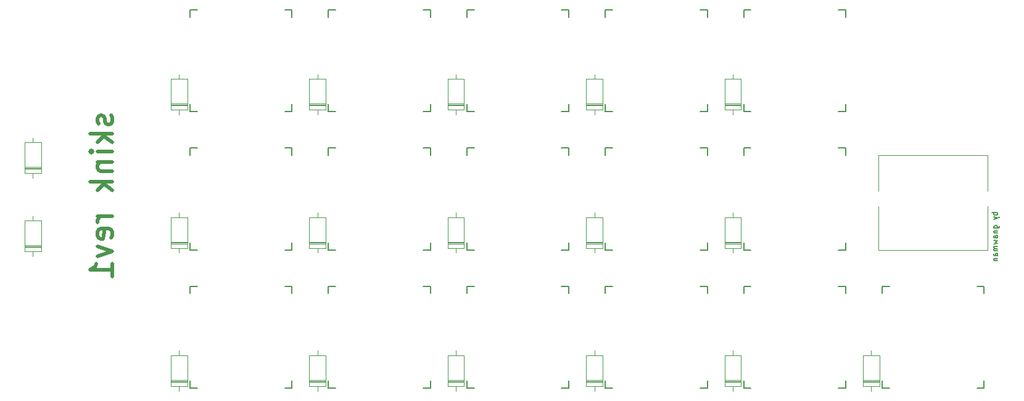
<source format=gbo>
G04 #@! TF.GenerationSoftware,KiCad,Pcbnew,7.0.7*
G04 #@! TF.CreationDate,2023-09-30T21:04:22+10:00*
G04 #@! TF.ProjectId,skink,736b696e-6b2e-46b6-9963-61645f706362,rev?*
G04 #@! TF.SameCoordinates,Original*
G04 #@! TF.FileFunction,Legend,Bot*
G04 #@! TF.FilePolarity,Positive*
%FSLAX46Y46*%
G04 Gerber Fmt 4.6, Leading zero omitted, Abs format (unit mm)*
G04 Created by KiCad (PCBNEW 7.0.7) date 2023-09-30 21:04:22*
%MOMM*%
%LPD*%
G01*
G04 APERTURE LIST*
%ADD10C,0.500000*%
%ADD11C,0.150000*%
%ADD12C,0.120000*%
%ADD13R,1.752600X1.752600*%
%ADD14C,1.752600*%
%ADD15R,1.600000X1.600000*%
%ADD16O,1.600000X1.600000*%
%ADD17C,5.000000*%
%ADD18C,1.700000*%
%ADD19C,2.286000*%
%ADD20C,2.100000*%
%ADD21C,1.500000*%
G04 APERTURE END LIST*
D10*
X31964000Y-38900375D02*
X32106857Y-39186089D01*
X32106857Y-39186089D02*
X32106857Y-39757518D01*
X32106857Y-39757518D02*
X31964000Y-40043232D01*
X31964000Y-40043232D02*
X31678285Y-40186089D01*
X31678285Y-40186089D02*
X31535428Y-40186089D01*
X31535428Y-40186089D02*
X31249714Y-40043232D01*
X31249714Y-40043232D02*
X31106857Y-39757518D01*
X31106857Y-39757518D02*
X31106857Y-39328947D01*
X31106857Y-39328947D02*
X30964000Y-39043232D01*
X30964000Y-39043232D02*
X30678285Y-38900375D01*
X30678285Y-38900375D02*
X30535428Y-38900375D01*
X30535428Y-38900375D02*
X30249714Y-39043232D01*
X30249714Y-39043232D02*
X30106857Y-39328947D01*
X30106857Y-39328947D02*
X30106857Y-39757518D01*
X30106857Y-39757518D02*
X30249714Y-40043232D01*
X32106857Y-41471803D02*
X29106857Y-41471803D01*
X30964000Y-41757518D02*
X32106857Y-42614660D01*
X30106857Y-42614660D02*
X31249714Y-41471803D01*
X32106857Y-43900374D02*
X30106857Y-43900374D01*
X29106857Y-43900374D02*
X29249714Y-43757517D01*
X29249714Y-43757517D02*
X29392571Y-43900374D01*
X29392571Y-43900374D02*
X29249714Y-44043231D01*
X29249714Y-44043231D02*
X29106857Y-43900374D01*
X29106857Y-43900374D02*
X29392571Y-43900374D01*
X30106857Y-45328945D02*
X32106857Y-45328945D01*
X30392571Y-45328945D02*
X30249714Y-45471802D01*
X30249714Y-45471802D02*
X30106857Y-45757517D01*
X30106857Y-45757517D02*
X30106857Y-46186088D01*
X30106857Y-46186088D02*
X30249714Y-46471802D01*
X30249714Y-46471802D02*
X30535428Y-46614660D01*
X30535428Y-46614660D02*
X32106857Y-46614660D01*
X32106857Y-48043231D02*
X29106857Y-48043231D01*
X30964000Y-48328946D02*
X32106857Y-49186088D01*
X30106857Y-49186088D02*
X31249714Y-48043231D01*
X32106857Y-52757516D02*
X30106857Y-52757516D01*
X30678285Y-52757516D02*
X30392571Y-52900373D01*
X30392571Y-52900373D02*
X30249714Y-53043231D01*
X30249714Y-53043231D02*
X30106857Y-53328945D01*
X30106857Y-53328945D02*
X30106857Y-53614659D01*
X31964000Y-55757516D02*
X32106857Y-55471802D01*
X32106857Y-55471802D02*
X32106857Y-54900374D01*
X32106857Y-54900374D02*
X31964000Y-54614659D01*
X31964000Y-54614659D02*
X31678285Y-54471802D01*
X31678285Y-54471802D02*
X30535428Y-54471802D01*
X30535428Y-54471802D02*
X30249714Y-54614659D01*
X30249714Y-54614659D02*
X30106857Y-54900374D01*
X30106857Y-54900374D02*
X30106857Y-55471802D01*
X30106857Y-55471802D02*
X30249714Y-55757516D01*
X30249714Y-55757516D02*
X30535428Y-55900374D01*
X30535428Y-55900374D02*
X30821142Y-55900374D01*
X30821142Y-55900374D02*
X31106857Y-54471802D01*
X30106857Y-56900374D02*
X32106857Y-57614660D01*
X32106857Y-57614660D02*
X30106857Y-58328945D01*
X32106857Y-61043231D02*
X32106857Y-59328945D01*
X32106857Y-60186088D02*
X29106857Y-60186088D01*
X29106857Y-60186088D02*
X29535428Y-59900374D01*
X29535428Y-59900374D02*
X29821142Y-59614659D01*
X29821142Y-59614659D02*
X29964000Y-59328945D01*
D11*
X153650414Y-52277255D02*
X152900414Y-52277255D01*
X153186128Y-52277255D02*
X153150414Y-52348684D01*
X153150414Y-52348684D02*
X153150414Y-52491541D01*
X153150414Y-52491541D02*
X153186128Y-52562969D01*
X153186128Y-52562969D02*
X153221842Y-52598684D01*
X153221842Y-52598684D02*
X153293271Y-52634398D01*
X153293271Y-52634398D02*
X153507557Y-52634398D01*
X153507557Y-52634398D02*
X153578985Y-52598684D01*
X153578985Y-52598684D02*
X153614700Y-52562969D01*
X153614700Y-52562969D02*
X153650414Y-52491541D01*
X153650414Y-52491541D02*
X153650414Y-52348684D01*
X153650414Y-52348684D02*
X153614700Y-52277255D01*
X153150414Y-52884397D02*
X153650414Y-53062969D01*
X153150414Y-53241540D02*
X153650414Y-53062969D01*
X153650414Y-53062969D02*
X153828985Y-52991540D01*
X153828985Y-52991540D02*
X153864700Y-52955826D01*
X153864700Y-52955826D02*
X153900414Y-52884397D01*
X153150414Y-54420113D02*
X153757557Y-54420113D01*
X153757557Y-54420113D02*
X153828985Y-54384398D01*
X153828985Y-54384398D02*
X153864700Y-54348684D01*
X153864700Y-54348684D02*
X153900414Y-54277255D01*
X153900414Y-54277255D02*
X153900414Y-54170113D01*
X153900414Y-54170113D02*
X153864700Y-54098684D01*
X153614700Y-54420113D02*
X153650414Y-54348684D01*
X153650414Y-54348684D02*
X153650414Y-54205827D01*
X153650414Y-54205827D02*
X153614700Y-54134398D01*
X153614700Y-54134398D02*
X153578985Y-54098684D01*
X153578985Y-54098684D02*
X153507557Y-54062970D01*
X153507557Y-54062970D02*
X153293271Y-54062970D01*
X153293271Y-54062970D02*
X153221842Y-54098684D01*
X153221842Y-54098684D02*
X153186128Y-54134398D01*
X153186128Y-54134398D02*
X153150414Y-54205827D01*
X153150414Y-54205827D02*
X153150414Y-54348684D01*
X153150414Y-54348684D02*
X153186128Y-54420113D01*
X153150414Y-54777255D02*
X153650414Y-54777255D01*
X153221842Y-54777255D02*
X153186128Y-54812969D01*
X153186128Y-54812969D02*
X153150414Y-54884398D01*
X153150414Y-54884398D02*
X153150414Y-54991541D01*
X153150414Y-54991541D02*
X153186128Y-55062969D01*
X153186128Y-55062969D02*
X153257557Y-55098684D01*
X153257557Y-55098684D02*
X153650414Y-55098684D01*
X153650414Y-55777255D02*
X153257557Y-55777255D01*
X153257557Y-55777255D02*
X153186128Y-55741540D01*
X153186128Y-55741540D02*
X153150414Y-55670112D01*
X153150414Y-55670112D02*
X153150414Y-55527255D01*
X153150414Y-55527255D02*
X153186128Y-55455826D01*
X153614700Y-55777255D02*
X153650414Y-55705826D01*
X153650414Y-55705826D02*
X153650414Y-55527255D01*
X153650414Y-55527255D02*
X153614700Y-55455826D01*
X153614700Y-55455826D02*
X153543271Y-55420112D01*
X153543271Y-55420112D02*
X153471842Y-55420112D01*
X153471842Y-55420112D02*
X153400414Y-55455826D01*
X153400414Y-55455826D02*
X153364700Y-55527255D01*
X153364700Y-55527255D02*
X153364700Y-55705826D01*
X153364700Y-55705826D02*
X153328985Y-55777255D01*
X153150414Y-56062968D02*
X153650414Y-56205826D01*
X153650414Y-56205826D02*
X153293271Y-56348683D01*
X153293271Y-56348683D02*
X153650414Y-56491540D01*
X153650414Y-56491540D02*
X153150414Y-56634397D01*
X153650414Y-56920111D02*
X153150414Y-56920111D01*
X153221842Y-56920111D02*
X153186128Y-56955825D01*
X153186128Y-56955825D02*
X153150414Y-57027254D01*
X153150414Y-57027254D02*
X153150414Y-57134397D01*
X153150414Y-57134397D02*
X153186128Y-57205825D01*
X153186128Y-57205825D02*
X153257557Y-57241540D01*
X153257557Y-57241540D02*
X153650414Y-57241540D01*
X153257557Y-57241540D02*
X153186128Y-57277254D01*
X153186128Y-57277254D02*
X153150414Y-57348682D01*
X153150414Y-57348682D02*
X153150414Y-57455825D01*
X153150414Y-57455825D02*
X153186128Y-57527254D01*
X153186128Y-57527254D02*
X153257557Y-57562968D01*
X153257557Y-57562968D02*
X153650414Y-57562968D01*
X153650414Y-58241540D02*
X153257557Y-58241540D01*
X153257557Y-58241540D02*
X153186128Y-58205825D01*
X153186128Y-58205825D02*
X153150414Y-58134397D01*
X153150414Y-58134397D02*
X153150414Y-57991540D01*
X153150414Y-57991540D02*
X153186128Y-57920111D01*
X153614700Y-58241540D02*
X153650414Y-58170111D01*
X153650414Y-58170111D02*
X153650414Y-57991540D01*
X153650414Y-57991540D02*
X153614700Y-57920111D01*
X153614700Y-57920111D02*
X153543271Y-57884397D01*
X153543271Y-57884397D02*
X153471842Y-57884397D01*
X153471842Y-57884397D02*
X153400414Y-57920111D01*
X153400414Y-57920111D02*
X153364700Y-57991540D01*
X153364700Y-57991540D02*
X153364700Y-58170111D01*
X153364700Y-58170111D02*
X153328985Y-58241540D01*
X153150414Y-58598682D02*
X153650414Y-58598682D01*
X153221842Y-58598682D02*
X153186128Y-58634396D01*
X153186128Y-58634396D02*
X153150414Y-58705825D01*
X153150414Y-58705825D02*
X153150414Y-58812968D01*
X153150414Y-58812968D02*
X153186128Y-58884396D01*
X153186128Y-58884396D02*
X153257557Y-58920111D01*
X153257557Y-58920111D02*
X153650414Y-58920111D01*
D12*
X21250000Y-58290000D02*
X21250000Y-57640000D01*
X20130000Y-57640000D02*
X20130000Y-53400000D01*
X22370000Y-57640000D02*
X20130000Y-57640000D01*
X22370000Y-57040000D02*
X20130000Y-57040000D01*
X22370000Y-56920000D02*
X20130000Y-56920000D01*
X22370000Y-56800000D02*
X20130000Y-56800000D01*
X20130000Y-53400000D02*
X22370000Y-53400000D01*
X22370000Y-53400000D02*
X22370000Y-57640000D01*
X21250000Y-52750000D02*
X21250000Y-53400000D01*
X21250000Y-47540000D02*
X21250000Y-46890000D01*
X20130000Y-46890000D02*
X20130000Y-42650000D01*
X22370000Y-46890000D02*
X20130000Y-46890000D01*
X22370000Y-46290000D02*
X20130000Y-46290000D01*
X22370000Y-46170000D02*
X20130000Y-46170000D01*
X22370000Y-46050000D02*
X20130000Y-46050000D01*
X20130000Y-42650000D02*
X22370000Y-42650000D01*
X22370000Y-42650000D02*
X22370000Y-46890000D01*
X21250000Y-42000000D02*
X21250000Y-42650000D01*
X117300000Y-38810000D02*
X117300000Y-38160000D01*
X116180000Y-38160000D02*
X116180000Y-33920000D01*
X118420000Y-38160000D02*
X116180000Y-38160000D01*
X118420000Y-37560000D02*
X116180000Y-37560000D01*
X118420000Y-37440000D02*
X116180000Y-37440000D01*
X118420000Y-37320000D02*
X116180000Y-37320000D01*
X116180000Y-33920000D02*
X118420000Y-33920000D01*
X118420000Y-33920000D02*
X118420000Y-38160000D01*
X117300000Y-33270000D02*
X117300000Y-33920000D01*
X79300000Y-38810000D02*
X79300000Y-38160000D01*
X78180000Y-38160000D02*
X78180000Y-33920000D01*
X80420000Y-38160000D02*
X78180000Y-38160000D01*
X80420000Y-37560000D02*
X78180000Y-37560000D01*
X80420000Y-37440000D02*
X78180000Y-37440000D01*
X80420000Y-37320000D02*
X78180000Y-37320000D01*
X78180000Y-33920000D02*
X80420000Y-33920000D01*
X80420000Y-33920000D02*
X80420000Y-38160000D01*
X79300000Y-33270000D02*
X79300000Y-33920000D01*
X60300000Y-57810000D02*
X60300000Y-57160000D01*
X59180000Y-57160000D02*
X59180000Y-52920000D01*
X61420000Y-57160000D02*
X59180000Y-57160000D01*
X61420000Y-56560000D02*
X59180000Y-56560000D01*
X61420000Y-56440000D02*
X59180000Y-56440000D01*
X61420000Y-56320000D02*
X59180000Y-56320000D01*
X59180000Y-52920000D02*
X61420000Y-52920000D01*
X61420000Y-52920000D02*
X61420000Y-57160000D01*
X60300000Y-52270000D02*
X60300000Y-52920000D01*
X98300000Y-76810000D02*
X98300000Y-76160000D01*
X97180000Y-76160000D02*
X97180000Y-71920000D01*
X99420000Y-76160000D02*
X97180000Y-76160000D01*
X99420000Y-75560000D02*
X97180000Y-75560000D01*
X99420000Y-75440000D02*
X97180000Y-75440000D01*
X99420000Y-75320000D02*
X97180000Y-75320000D01*
X97180000Y-71920000D02*
X99420000Y-71920000D01*
X99420000Y-71920000D02*
X99420000Y-76160000D01*
X98300000Y-71270000D02*
X98300000Y-71920000D01*
X41300000Y-57810000D02*
X41300000Y-57160000D01*
X40180000Y-57160000D02*
X40180000Y-52920000D01*
X42420000Y-57160000D02*
X40180000Y-57160000D01*
X42420000Y-56560000D02*
X40180000Y-56560000D01*
X42420000Y-56440000D02*
X40180000Y-56440000D01*
X42420000Y-56320000D02*
X40180000Y-56320000D01*
X40180000Y-52920000D02*
X42420000Y-52920000D01*
X42420000Y-52920000D02*
X42420000Y-57160000D01*
X41300000Y-52270000D02*
X41300000Y-52920000D01*
X117300000Y-57810000D02*
X117300000Y-57160000D01*
X116180000Y-57160000D02*
X116180000Y-52920000D01*
X118420000Y-57160000D02*
X116180000Y-57160000D01*
X118420000Y-56560000D02*
X116180000Y-56560000D01*
X118420000Y-56440000D02*
X116180000Y-56440000D01*
X118420000Y-56320000D02*
X116180000Y-56320000D01*
X116180000Y-52920000D02*
X118420000Y-52920000D01*
X118420000Y-52920000D02*
X118420000Y-57160000D01*
X117300000Y-52270000D02*
X117300000Y-52920000D01*
X60300000Y-76810000D02*
X60300000Y-76160000D01*
X59180000Y-76160000D02*
X59180000Y-71920000D01*
X61420000Y-76160000D02*
X59180000Y-76160000D01*
X61420000Y-75560000D02*
X59180000Y-75560000D01*
X61420000Y-75440000D02*
X59180000Y-75440000D01*
X61420000Y-75320000D02*
X59180000Y-75320000D01*
X59180000Y-71920000D02*
X61420000Y-71920000D01*
X61420000Y-71920000D02*
X61420000Y-76160000D01*
X60300000Y-71270000D02*
X60300000Y-71920000D01*
X60300000Y-38810000D02*
X60300000Y-38160000D01*
X59180000Y-38160000D02*
X59180000Y-33920000D01*
X61420000Y-38160000D02*
X59180000Y-38160000D01*
X61420000Y-37560000D02*
X59180000Y-37560000D01*
X61420000Y-37440000D02*
X59180000Y-37440000D01*
X61420000Y-37320000D02*
X59180000Y-37320000D01*
X59180000Y-33920000D02*
X61420000Y-33920000D01*
X61420000Y-33920000D02*
X61420000Y-38160000D01*
X60300000Y-33270000D02*
X60300000Y-33920000D01*
X117300000Y-76810000D02*
X117300000Y-76160000D01*
X116180000Y-76160000D02*
X116180000Y-71920000D01*
X118420000Y-76160000D02*
X116180000Y-76160000D01*
X118420000Y-75560000D02*
X116180000Y-75560000D01*
X118420000Y-75440000D02*
X116180000Y-75440000D01*
X118420000Y-75320000D02*
X116180000Y-75320000D01*
X116180000Y-71920000D02*
X118420000Y-71920000D01*
X118420000Y-71920000D02*
X118420000Y-76160000D01*
X117300000Y-71270000D02*
X117300000Y-71920000D01*
X79300000Y-76810000D02*
X79300000Y-76160000D01*
X78180000Y-76160000D02*
X78180000Y-71920000D01*
X80420000Y-76160000D02*
X78180000Y-76160000D01*
X80420000Y-75560000D02*
X78180000Y-75560000D01*
X80420000Y-75440000D02*
X78180000Y-75440000D01*
X80420000Y-75320000D02*
X78180000Y-75320000D01*
X78180000Y-71920000D02*
X80420000Y-71920000D01*
X80420000Y-71920000D02*
X80420000Y-76160000D01*
X79300000Y-71270000D02*
X79300000Y-71920000D01*
X136300000Y-76810000D02*
X136300000Y-76160000D01*
X135180000Y-76160000D02*
X135180000Y-71920000D01*
X137420000Y-76160000D02*
X135180000Y-76160000D01*
X137420000Y-75560000D02*
X135180000Y-75560000D01*
X137420000Y-75440000D02*
X135180000Y-75440000D01*
X137420000Y-75320000D02*
X135180000Y-75320000D01*
X135180000Y-71920000D02*
X137420000Y-71920000D01*
X137420000Y-71920000D02*
X137420000Y-76160000D01*
X136300000Y-71270000D02*
X136300000Y-71920000D01*
X79300000Y-57810000D02*
X79300000Y-57160000D01*
X78180000Y-57160000D02*
X78180000Y-52920000D01*
X80420000Y-57160000D02*
X78180000Y-57160000D01*
X80420000Y-56560000D02*
X78180000Y-56560000D01*
X80420000Y-56440000D02*
X78180000Y-56440000D01*
X80420000Y-56320000D02*
X78180000Y-56320000D01*
X78180000Y-52920000D02*
X80420000Y-52920000D01*
X80420000Y-52920000D02*
X80420000Y-57160000D01*
X79300000Y-52270000D02*
X79300000Y-52920000D01*
X41300000Y-76810000D02*
X41300000Y-76160000D01*
X40180000Y-76160000D02*
X40180000Y-71920000D01*
X42420000Y-76160000D02*
X40180000Y-76160000D01*
X42420000Y-75560000D02*
X40180000Y-75560000D01*
X42420000Y-75440000D02*
X40180000Y-75440000D01*
X42420000Y-75320000D02*
X40180000Y-75320000D01*
X40180000Y-71920000D02*
X42420000Y-71920000D01*
X42420000Y-71920000D02*
X42420000Y-76160000D01*
X41300000Y-71270000D02*
X41300000Y-71920000D01*
X98300000Y-57810000D02*
X98300000Y-57160000D01*
X97180000Y-57160000D02*
X97180000Y-52920000D01*
X99420000Y-57160000D02*
X97180000Y-57160000D01*
X99420000Y-56560000D02*
X97180000Y-56560000D01*
X99420000Y-56440000D02*
X97180000Y-56440000D01*
X99420000Y-56320000D02*
X97180000Y-56320000D01*
X97180000Y-52920000D02*
X99420000Y-52920000D01*
X99420000Y-52920000D02*
X99420000Y-57160000D01*
X98300000Y-52270000D02*
X98300000Y-52920000D01*
X41300000Y-38810000D02*
X41300000Y-38160000D01*
X40180000Y-38160000D02*
X40180000Y-33920000D01*
X42420000Y-38160000D02*
X40180000Y-38160000D01*
X42420000Y-37560000D02*
X40180000Y-37560000D01*
X42420000Y-37440000D02*
X40180000Y-37440000D01*
X42420000Y-37320000D02*
X40180000Y-37320000D01*
X40180000Y-33920000D02*
X42420000Y-33920000D01*
X42420000Y-33920000D02*
X42420000Y-38160000D01*
X41300000Y-33270000D02*
X41300000Y-33920000D01*
X98300000Y-38810000D02*
X98300000Y-38160000D01*
X97180000Y-38160000D02*
X97180000Y-33920000D01*
X99420000Y-38160000D02*
X97180000Y-38160000D01*
X99420000Y-37560000D02*
X97180000Y-37560000D01*
X99420000Y-37440000D02*
X97180000Y-37440000D01*
X99420000Y-37320000D02*
X97180000Y-37320000D01*
X97180000Y-33920000D02*
X99420000Y-33920000D01*
X99420000Y-33920000D02*
X99420000Y-38160000D01*
X98300000Y-33270000D02*
X98300000Y-33920000D01*
D11*
X42800000Y-43400000D02*
X43800000Y-43400000D01*
X42800000Y-44400000D02*
X42800000Y-43400000D01*
X42800000Y-57400000D02*
X42800000Y-56400000D01*
X43800000Y-57400000D02*
X42800000Y-57400000D01*
X55800000Y-43400000D02*
X56800000Y-43400000D01*
X56800000Y-43400000D02*
X56800000Y-44400000D01*
X56800000Y-56400000D02*
X56800000Y-57400000D01*
X56800000Y-57400000D02*
X55800000Y-57400000D01*
X94800000Y-57400000D02*
X93800000Y-57400000D01*
X94800000Y-56400000D02*
X94800000Y-57400000D01*
X94800000Y-43400000D02*
X94800000Y-44400000D01*
X93800000Y-43400000D02*
X94800000Y-43400000D01*
X81800000Y-57400000D02*
X80800000Y-57400000D01*
X80800000Y-57400000D02*
X80800000Y-56400000D01*
X80800000Y-44400000D02*
X80800000Y-43400000D01*
X80800000Y-43400000D02*
X81800000Y-43400000D01*
X118800000Y-62400000D02*
X119800000Y-62400000D01*
X118800000Y-63400000D02*
X118800000Y-62400000D01*
X118800000Y-76400000D02*
X118800000Y-75400000D01*
X119800000Y-76400000D02*
X118800000Y-76400000D01*
X131800000Y-62400000D02*
X132800000Y-62400000D01*
X132800000Y-62400000D02*
X132800000Y-63400000D01*
X132800000Y-75400000D02*
X132800000Y-76400000D01*
X132800000Y-76400000D02*
X131800000Y-76400000D01*
X61800000Y-62400000D02*
X62800000Y-62400000D01*
X61800000Y-63400000D02*
X61800000Y-62400000D01*
X61800000Y-76400000D02*
X61800000Y-75400000D01*
X62800000Y-76400000D02*
X61800000Y-76400000D01*
X74800000Y-62400000D02*
X75800000Y-62400000D01*
X75800000Y-62400000D02*
X75800000Y-63400000D01*
X75800000Y-75400000D02*
X75800000Y-76400000D01*
X75800000Y-76400000D02*
X74800000Y-76400000D01*
X99800000Y-24400000D02*
X100800000Y-24400000D01*
X99800000Y-25400000D02*
X99800000Y-24400000D01*
X99800000Y-38400000D02*
X99800000Y-37400000D01*
X100800000Y-38400000D02*
X99800000Y-38400000D01*
X112800000Y-24400000D02*
X113800000Y-24400000D01*
X113800000Y-24400000D02*
X113800000Y-25400000D01*
X113800000Y-37400000D02*
X113800000Y-38400000D01*
X113800000Y-38400000D02*
X112800000Y-38400000D01*
X99800000Y-62400000D02*
X100800000Y-62400000D01*
X99800000Y-63400000D02*
X99800000Y-62400000D01*
X99800000Y-76400000D02*
X99800000Y-75400000D01*
X100800000Y-76400000D02*
X99800000Y-76400000D01*
X112800000Y-62400000D02*
X113800000Y-62400000D01*
X113800000Y-62400000D02*
X113800000Y-63400000D01*
X113800000Y-75400000D02*
X113800000Y-76400000D01*
X113800000Y-76400000D02*
X112800000Y-76400000D01*
X137800000Y-62400000D02*
X138800000Y-62400000D01*
X137800000Y-63400000D02*
X137800000Y-62400000D01*
X137800000Y-76400000D02*
X137800000Y-75400000D01*
X138800000Y-76400000D02*
X137800000Y-76400000D01*
X150800000Y-62400000D02*
X151800000Y-62400000D01*
X151800000Y-62400000D02*
X151800000Y-63400000D01*
X151800000Y-75400000D02*
X151800000Y-76400000D01*
X151800000Y-76400000D02*
X150800000Y-76400000D01*
X80800000Y-24400000D02*
X81800000Y-24400000D01*
X80800000Y-25400000D02*
X80800000Y-24400000D01*
X80800000Y-38400000D02*
X80800000Y-37400000D01*
X81800000Y-38400000D02*
X80800000Y-38400000D01*
X93800000Y-24400000D02*
X94800000Y-24400000D01*
X94800000Y-24400000D02*
X94800000Y-25400000D01*
X94800000Y-37400000D02*
X94800000Y-38400000D01*
X94800000Y-38400000D02*
X93800000Y-38400000D01*
X118800000Y-24400000D02*
X119800000Y-24400000D01*
X118800000Y-25400000D02*
X118800000Y-24400000D01*
X118800000Y-38400000D02*
X118800000Y-37400000D01*
X119800000Y-38400000D02*
X118800000Y-38400000D01*
X131800000Y-24400000D02*
X132800000Y-24400000D01*
X132800000Y-24400000D02*
X132800000Y-25400000D01*
X132800000Y-37400000D02*
X132800000Y-38400000D01*
X132800000Y-38400000D02*
X131800000Y-38400000D01*
X99800000Y-43400000D02*
X100800000Y-43400000D01*
X99800000Y-44400000D02*
X99800000Y-43400000D01*
X99800000Y-57400000D02*
X99800000Y-56400000D01*
X100800000Y-57400000D02*
X99800000Y-57400000D01*
X112800000Y-43400000D02*
X113800000Y-43400000D01*
X113800000Y-43400000D02*
X113800000Y-44400000D01*
X113800000Y-56400000D02*
X113800000Y-57400000D01*
X113800000Y-57400000D02*
X112800000Y-57400000D01*
X61800000Y-43400000D02*
X62800000Y-43400000D01*
X61800000Y-44400000D02*
X61800000Y-43400000D01*
X61800000Y-57400000D02*
X61800000Y-56400000D01*
X62800000Y-57400000D02*
X61800000Y-57400000D01*
X74800000Y-43400000D02*
X75800000Y-43400000D01*
X75800000Y-43400000D02*
X75800000Y-44400000D01*
X75800000Y-56400000D02*
X75800000Y-57400000D01*
X75800000Y-57400000D02*
X74800000Y-57400000D01*
X118800000Y-43400000D02*
X119800000Y-43400000D01*
X118800000Y-44400000D02*
X118800000Y-43400000D01*
X118800000Y-57400000D02*
X118800000Y-56400000D01*
X119800000Y-57400000D02*
X118800000Y-57400000D01*
X131800000Y-43400000D02*
X132800000Y-43400000D01*
X132800000Y-43400000D02*
X132800000Y-44400000D01*
X132800000Y-56400000D02*
X132800000Y-57400000D01*
X132800000Y-57400000D02*
X131800000Y-57400000D01*
X42800000Y-24400000D02*
X43800000Y-24400000D01*
X42800000Y-25400000D02*
X42800000Y-24400000D01*
X42800000Y-38400000D02*
X42800000Y-37400000D01*
X43800000Y-38400000D02*
X42800000Y-38400000D01*
X55800000Y-24400000D02*
X56800000Y-24400000D01*
X56800000Y-24400000D02*
X56800000Y-25400000D01*
X56800000Y-37400000D02*
X56800000Y-38400000D01*
X56800000Y-38400000D02*
X55800000Y-38400000D01*
X61800000Y-24400000D02*
X62800000Y-24400000D01*
X61800000Y-25400000D02*
X61800000Y-24400000D01*
X61800000Y-38400000D02*
X61800000Y-37400000D01*
X62800000Y-38400000D02*
X61800000Y-38400000D01*
X74800000Y-24400000D02*
X75800000Y-24400000D01*
X75800000Y-24400000D02*
X75800000Y-25400000D01*
X75800000Y-37400000D02*
X75800000Y-38400000D01*
X75800000Y-38400000D02*
X74800000Y-38400000D01*
X42800000Y-62400000D02*
X43800000Y-62400000D01*
X42800000Y-63400000D02*
X42800000Y-62400000D01*
X42800000Y-76400000D02*
X42800000Y-75400000D01*
X43800000Y-76400000D02*
X42800000Y-76400000D01*
X55800000Y-62400000D02*
X56800000Y-62400000D01*
X56800000Y-62400000D02*
X56800000Y-63400000D01*
X56800000Y-75400000D02*
X56800000Y-76400000D01*
X56800000Y-76400000D02*
X55800000Y-76400000D01*
X80800000Y-62400000D02*
X81800000Y-62400000D01*
X80800000Y-63400000D02*
X80800000Y-62400000D01*
X80800000Y-76400000D02*
X80800000Y-75400000D01*
X81800000Y-76400000D02*
X80800000Y-76400000D01*
X93800000Y-62400000D02*
X94800000Y-62400000D01*
X94800000Y-62400000D02*
X94800000Y-63400000D01*
X94800000Y-75400000D02*
X94800000Y-76400000D01*
X94800000Y-76400000D02*
X93800000Y-76400000D01*
D12*
X137300000Y-44400000D02*
X152300000Y-44400000D01*
X137300000Y-57400000D02*
X137300000Y-44400000D01*
X152300000Y-44400000D02*
X152300000Y-57400000D01*
X152300000Y-57400000D02*
X137300000Y-57400000D01*
D13*
X23500000Y-36880000D03*
D14*
X23500000Y-39420000D03*
X23500000Y-41960000D03*
X23500000Y-44500000D03*
X23500000Y-47040000D03*
X23500000Y-49580000D03*
X23500000Y-52120000D03*
X23500000Y-54660000D03*
X23500000Y-57200000D03*
X23500000Y-59740000D03*
X23500000Y-62280000D03*
X23500000Y-64820000D03*
X38740000Y-36880000D03*
X38740000Y-39420000D03*
X38740000Y-41960000D03*
X38740000Y-44500000D03*
X38740000Y-47040000D03*
X38740000Y-49580000D03*
X38740000Y-52120000D03*
X38740000Y-54660000D03*
X38740000Y-57200000D03*
X38740000Y-59740000D03*
X38740000Y-62280000D03*
X38740000Y-64820000D03*
%LPC*%
D15*
X21250000Y-59250000D03*
D16*
X21250000Y-51630000D03*
D15*
X21250000Y-48500000D03*
D16*
X21250000Y-40880000D03*
X32250000Y-67250000D03*
X32250000Y-73750000D03*
X27750000Y-67250000D03*
X27750000Y-73750000D03*
X34250000Y-69500000D03*
X34250000Y-76000000D03*
X38750000Y-76000000D03*
X38750000Y-69500000D03*
D15*
X117300000Y-39770000D03*
D16*
X117300000Y-32150000D03*
D15*
X79300000Y-39770000D03*
D16*
X79300000Y-32150000D03*
D15*
X60300000Y-58770000D03*
D16*
X60300000Y-51150000D03*
D15*
X98300000Y-77770000D03*
D16*
X98300000Y-70150000D03*
D15*
X41300000Y-58770000D03*
D16*
X41300000Y-51150000D03*
D15*
X117300000Y-58770000D03*
D16*
X117300000Y-51150000D03*
D15*
X60300000Y-77770000D03*
D16*
X60300000Y-70150000D03*
D15*
X60300000Y-39770000D03*
D16*
X60300000Y-32150000D03*
D15*
X117300000Y-77770000D03*
D16*
X117300000Y-70150000D03*
D15*
X79300000Y-77770000D03*
D16*
X79300000Y-70150000D03*
D15*
X136300000Y-77770000D03*
D16*
X136300000Y-70150000D03*
D15*
X79300000Y-58770000D03*
D16*
X79300000Y-51150000D03*
D15*
X41300000Y-77770000D03*
D16*
X41300000Y-70150000D03*
D15*
X98300000Y-58770000D03*
D16*
X98300000Y-51150000D03*
D15*
X41300000Y-39770000D03*
D16*
X41300000Y-32150000D03*
D15*
X98300000Y-39770000D03*
D16*
X98300000Y-32150000D03*
D17*
X49800000Y-50400000D03*
D18*
X47200000Y-56150000D03*
D19*
X47260000Y-45320000D03*
X52340000Y-45320000D03*
D18*
X52400000Y-56150000D03*
X45400000Y-55100000D03*
D19*
X45990000Y-47860000D03*
X53610000Y-47860000D03*
D18*
X54200000Y-55100000D03*
X92200000Y-55100000D03*
D19*
X91610000Y-47860000D03*
X83990000Y-47860000D03*
D18*
X83400000Y-55100000D03*
X90400000Y-56150000D03*
D19*
X90340000Y-45320000D03*
X85260000Y-45320000D03*
D18*
X85200000Y-56150000D03*
D17*
X87800000Y-50400000D03*
X125800000Y-69400000D03*
D18*
X123200000Y-75150000D03*
D19*
X123260000Y-64320000D03*
X128340000Y-64320000D03*
D18*
X128400000Y-75150000D03*
X121400000Y-74100000D03*
D19*
X121990000Y-66860000D03*
X129610000Y-66860000D03*
D18*
X130200000Y-74100000D03*
D17*
X68800000Y-69400000D03*
D18*
X66200000Y-75150000D03*
D19*
X66260000Y-64320000D03*
X71340000Y-64320000D03*
D18*
X71400000Y-75150000D03*
X64400000Y-74100000D03*
D19*
X64990000Y-66860000D03*
X72610000Y-66860000D03*
D18*
X73200000Y-74100000D03*
D17*
X106800000Y-31400000D03*
D18*
X104200000Y-37150000D03*
D19*
X104260000Y-26320000D03*
X109340000Y-26320000D03*
D18*
X109400000Y-37150000D03*
X102400000Y-36100000D03*
D19*
X102990000Y-28860000D03*
X110610000Y-28860000D03*
D18*
X111200000Y-36100000D03*
D17*
X106800000Y-69400000D03*
D18*
X104200000Y-75150000D03*
D19*
X104260000Y-64320000D03*
X109340000Y-64320000D03*
D18*
X109400000Y-75150000D03*
X102400000Y-74100000D03*
D19*
X102990000Y-66860000D03*
X110610000Y-66860000D03*
D18*
X111200000Y-74100000D03*
D17*
X144800000Y-69400000D03*
D18*
X142200000Y-75150000D03*
D19*
X142260000Y-64320000D03*
X147340000Y-64320000D03*
D18*
X147400000Y-75150000D03*
X140400000Y-74100000D03*
D19*
X140990000Y-66860000D03*
X148610000Y-66860000D03*
D18*
X149200000Y-74100000D03*
D17*
X87800000Y-31400000D03*
D18*
X85200000Y-37150000D03*
D19*
X85260000Y-26320000D03*
X90340000Y-26320000D03*
D18*
X90400000Y-37150000D03*
X83400000Y-36100000D03*
D19*
X83990000Y-28860000D03*
X91610000Y-28860000D03*
D18*
X92200000Y-36100000D03*
D17*
X125800000Y-31400000D03*
D18*
X123200000Y-37150000D03*
D19*
X123260000Y-26320000D03*
X128340000Y-26320000D03*
D18*
X128400000Y-37150000D03*
X121400000Y-36100000D03*
D19*
X121990000Y-28860000D03*
X129610000Y-28860000D03*
D18*
X130200000Y-36100000D03*
D17*
X106800000Y-50400000D03*
D18*
X104200000Y-56150000D03*
D19*
X104260000Y-45320000D03*
X109340000Y-45320000D03*
D18*
X109400000Y-56150000D03*
X102400000Y-55100000D03*
D19*
X102990000Y-47860000D03*
X110610000Y-47860000D03*
D18*
X111200000Y-55100000D03*
D17*
X68800000Y-50400000D03*
D18*
X66200000Y-56150000D03*
D19*
X66260000Y-45320000D03*
X71340000Y-45320000D03*
D18*
X71400000Y-56150000D03*
X64400000Y-55100000D03*
D19*
X64990000Y-47860000D03*
X72610000Y-47860000D03*
D18*
X73200000Y-55100000D03*
D20*
X152300000Y-43300000D03*
D21*
X148300000Y-48300000D03*
X147300000Y-45800000D03*
X146300000Y-48300000D03*
X145300000Y-45800000D03*
X144300000Y-48300000D03*
X143300000Y-45800000D03*
X142300000Y-48300000D03*
X141300000Y-45800000D03*
D20*
X137300000Y-43300000D03*
D17*
X125800000Y-50400000D03*
D18*
X123200000Y-56150000D03*
D19*
X123260000Y-45320000D03*
X128340000Y-45320000D03*
D18*
X128400000Y-56150000D03*
X121400000Y-55100000D03*
D19*
X121990000Y-47860000D03*
X129610000Y-47860000D03*
D18*
X130200000Y-55100000D03*
D17*
X49800000Y-31400000D03*
D18*
X47200000Y-37150000D03*
D19*
X47260000Y-26320000D03*
X52340000Y-26320000D03*
D18*
X52400000Y-37150000D03*
X45400000Y-36100000D03*
D19*
X45990000Y-28860000D03*
X53610000Y-28860000D03*
D18*
X54200000Y-36100000D03*
D17*
X68800000Y-31400000D03*
D18*
X66200000Y-37150000D03*
D19*
X66260000Y-26320000D03*
X71340000Y-26320000D03*
D18*
X71400000Y-37150000D03*
X64400000Y-36100000D03*
D19*
X64990000Y-28860000D03*
X72610000Y-28860000D03*
D18*
X73200000Y-36100000D03*
D13*
X23500000Y-36880000D03*
D14*
X23500000Y-39420000D03*
X23500000Y-41960000D03*
X23500000Y-44500000D03*
X23500000Y-47040000D03*
X23500000Y-49580000D03*
X23500000Y-52120000D03*
X23500000Y-54660000D03*
X23500000Y-57200000D03*
X23500000Y-59740000D03*
X23500000Y-62280000D03*
X23500000Y-64820000D03*
X38740000Y-36880000D03*
X38740000Y-39420000D03*
X38740000Y-41960000D03*
X38740000Y-44500000D03*
X38740000Y-47040000D03*
X38740000Y-49580000D03*
X38740000Y-52120000D03*
X38740000Y-54660000D03*
X38740000Y-57200000D03*
X38740000Y-59740000D03*
X38740000Y-62280000D03*
X38740000Y-64820000D03*
D17*
X49800000Y-69400000D03*
D18*
X47200000Y-75150000D03*
D19*
X47260000Y-64320000D03*
X52340000Y-64320000D03*
D18*
X52400000Y-75150000D03*
X45400000Y-74100000D03*
D19*
X45990000Y-66860000D03*
X53610000Y-66860000D03*
D18*
X54200000Y-74100000D03*
D17*
X87800000Y-69400000D03*
D18*
X85200000Y-75150000D03*
D19*
X85260000Y-64320000D03*
X90340000Y-64320000D03*
D18*
X90400000Y-75150000D03*
X83400000Y-74100000D03*
D19*
X83990000Y-66860000D03*
X91610000Y-66860000D03*
D18*
X92200000Y-74100000D03*
D20*
X137300000Y-50400000D03*
D21*
X141300000Y-55400000D03*
X142300000Y-52900000D03*
X143300000Y-55400000D03*
X144300000Y-52900000D03*
X145300000Y-55400000D03*
X146300000Y-52900000D03*
X147300000Y-55400000D03*
X148300000Y-52900000D03*
D20*
X152300000Y-50400000D03*
%LPD*%
M02*

</source>
